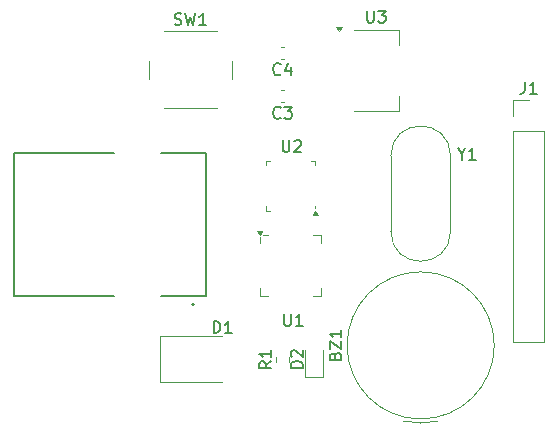
<source format=gbr>
%TF.GenerationSoftware,KiCad,Pcbnew,8.0.3*%
%TF.CreationDate,2024-07-10T12:56:16+05:30*%
%TF.ProjectId,Project_Rfid,50726f6a-6563-4745-9f52-6669642e6b69,rev?*%
%TF.SameCoordinates,Original*%
%TF.FileFunction,Legend,Top*%
%TF.FilePolarity,Positive*%
%FSLAX46Y46*%
G04 Gerber Fmt 4.6, Leading zero omitted, Abs format (unit mm)*
G04 Created by KiCad (PCBNEW 8.0.3) date 2024-07-10 12:56:16*
%MOMM*%
%LPD*%
G01*
G04 APERTURE LIST*
%ADD10C,0.150000*%
%ADD11C,0.120000*%
%ADD12C,0.200000*%
G04 APERTURE END LIST*
D10*
X133297333Y-101865580D02*
X133249714Y-101913200D01*
X133249714Y-101913200D02*
X133106857Y-101960819D01*
X133106857Y-101960819D02*
X133011619Y-101960819D01*
X133011619Y-101960819D02*
X132868762Y-101913200D01*
X132868762Y-101913200D02*
X132773524Y-101817961D01*
X132773524Y-101817961D02*
X132725905Y-101722723D01*
X132725905Y-101722723D02*
X132678286Y-101532247D01*
X132678286Y-101532247D02*
X132678286Y-101389390D01*
X132678286Y-101389390D02*
X132725905Y-101198914D01*
X132725905Y-101198914D02*
X132773524Y-101103676D01*
X132773524Y-101103676D02*
X132868762Y-101008438D01*
X132868762Y-101008438D02*
X133011619Y-100960819D01*
X133011619Y-100960819D02*
X133106857Y-100960819D01*
X133106857Y-100960819D02*
X133249714Y-101008438D01*
X133249714Y-101008438D02*
X133297333Y-101056057D01*
X133630667Y-100960819D02*
X134249714Y-100960819D01*
X134249714Y-100960819D02*
X133916381Y-101341771D01*
X133916381Y-101341771D02*
X134059238Y-101341771D01*
X134059238Y-101341771D02*
X134154476Y-101389390D01*
X134154476Y-101389390D02*
X134202095Y-101437009D01*
X134202095Y-101437009D02*
X134249714Y-101532247D01*
X134249714Y-101532247D02*
X134249714Y-101770342D01*
X134249714Y-101770342D02*
X134202095Y-101865580D01*
X134202095Y-101865580D02*
X134154476Y-101913200D01*
X134154476Y-101913200D02*
X134059238Y-101960819D01*
X134059238Y-101960819D02*
X133773524Y-101960819D01*
X133773524Y-101960819D02*
X133678286Y-101913200D01*
X133678286Y-101913200D02*
X133630667Y-101865580D01*
X140614095Y-92818319D02*
X140614095Y-93627842D01*
X140614095Y-93627842D02*
X140661714Y-93723080D01*
X140661714Y-93723080D02*
X140709333Y-93770700D01*
X140709333Y-93770700D02*
X140804571Y-93818319D01*
X140804571Y-93818319D02*
X140995047Y-93818319D01*
X140995047Y-93818319D02*
X141090285Y-93770700D01*
X141090285Y-93770700D02*
X141137904Y-93723080D01*
X141137904Y-93723080D02*
X141185523Y-93627842D01*
X141185523Y-93627842D02*
X141185523Y-92818319D01*
X141566476Y-92818319D02*
X142185523Y-92818319D01*
X142185523Y-92818319D02*
X141852190Y-93199271D01*
X141852190Y-93199271D02*
X141995047Y-93199271D01*
X141995047Y-93199271D02*
X142090285Y-93246890D01*
X142090285Y-93246890D02*
X142137904Y-93294509D01*
X142137904Y-93294509D02*
X142185523Y-93389747D01*
X142185523Y-93389747D02*
X142185523Y-93627842D01*
X142185523Y-93627842D02*
X142137904Y-93723080D01*
X142137904Y-93723080D02*
X142090285Y-93770700D01*
X142090285Y-93770700D02*
X141995047Y-93818319D01*
X141995047Y-93818319D02*
X141709333Y-93818319D01*
X141709333Y-93818319D02*
X141614095Y-93770700D01*
X141614095Y-93770700D02*
X141566476Y-93723080D01*
X153971666Y-98851819D02*
X153971666Y-99566104D01*
X153971666Y-99566104D02*
X153924047Y-99708961D01*
X153924047Y-99708961D02*
X153828809Y-99804200D01*
X153828809Y-99804200D02*
X153685952Y-99851819D01*
X153685952Y-99851819D02*
X153590714Y-99851819D01*
X154971666Y-99851819D02*
X154400238Y-99851819D01*
X154685952Y-99851819D02*
X154685952Y-98851819D01*
X154685952Y-98851819D02*
X154590714Y-98994676D01*
X154590714Y-98994676D02*
X154495476Y-99089914D01*
X154495476Y-99089914D02*
X154400238Y-99137533D01*
X133469095Y-103774819D02*
X133469095Y-104584342D01*
X133469095Y-104584342D02*
X133516714Y-104679580D01*
X133516714Y-104679580D02*
X133564333Y-104727200D01*
X133564333Y-104727200D02*
X133659571Y-104774819D01*
X133659571Y-104774819D02*
X133850047Y-104774819D01*
X133850047Y-104774819D02*
X133945285Y-104727200D01*
X133945285Y-104727200D02*
X133992904Y-104679580D01*
X133992904Y-104679580D02*
X134040523Y-104584342D01*
X134040523Y-104584342D02*
X134040523Y-103774819D01*
X134469095Y-103870057D02*
X134516714Y-103822438D01*
X134516714Y-103822438D02*
X134611952Y-103774819D01*
X134611952Y-103774819D02*
X134850047Y-103774819D01*
X134850047Y-103774819D02*
X134945285Y-103822438D01*
X134945285Y-103822438D02*
X134992904Y-103870057D01*
X134992904Y-103870057D02*
X135040523Y-103965295D01*
X135040523Y-103965295D02*
X135040523Y-104060533D01*
X135040523Y-104060533D02*
X134992904Y-104203390D01*
X134992904Y-104203390D02*
X134421476Y-104774819D01*
X134421476Y-104774819D02*
X135040523Y-104774819D01*
X137922009Y-122036737D02*
X137969628Y-121893880D01*
X137969628Y-121893880D02*
X138017247Y-121846261D01*
X138017247Y-121846261D02*
X138112485Y-121798642D01*
X138112485Y-121798642D02*
X138255342Y-121798642D01*
X138255342Y-121798642D02*
X138350580Y-121846261D01*
X138350580Y-121846261D02*
X138398200Y-121893880D01*
X138398200Y-121893880D02*
X138445819Y-121989118D01*
X138445819Y-121989118D02*
X138445819Y-122370070D01*
X138445819Y-122370070D02*
X137445819Y-122370070D01*
X137445819Y-122370070D02*
X137445819Y-122036737D01*
X137445819Y-122036737D02*
X137493438Y-121941499D01*
X137493438Y-121941499D02*
X137541057Y-121893880D01*
X137541057Y-121893880D02*
X137636295Y-121846261D01*
X137636295Y-121846261D02*
X137731533Y-121846261D01*
X137731533Y-121846261D02*
X137826771Y-121893880D01*
X137826771Y-121893880D02*
X137874390Y-121941499D01*
X137874390Y-121941499D02*
X137922009Y-122036737D01*
X137922009Y-122036737D02*
X137922009Y-122370070D01*
X137445819Y-121465308D02*
X137445819Y-120798642D01*
X137445819Y-120798642D02*
X138445819Y-121465308D01*
X138445819Y-121465308D02*
X138445819Y-120798642D01*
X138445819Y-119893880D02*
X138445819Y-120465308D01*
X138445819Y-120179594D02*
X137445819Y-120179594D01*
X137445819Y-120179594D02*
X137588676Y-120274832D01*
X137588676Y-120274832D02*
X137683914Y-120370070D01*
X137683914Y-120370070D02*
X137731533Y-120465308D01*
X148621809Y-104953628D02*
X148621809Y-105429819D01*
X148288476Y-104429819D02*
X148621809Y-104953628D01*
X148621809Y-104953628D02*
X148955142Y-104429819D01*
X149812285Y-105429819D02*
X149240857Y-105429819D01*
X149526571Y-105429819D02*
X149526571Y-104429819D01*
X149526571Y-104429819D02*
X149431333Y-104572676D01*
X149431333Y-104572676D02*
X149336095Y-104667914D01*
X149336095Y-104667914D02*
X149240857Y-104715533D01*
X135168819Y-123064594D02*
X134168819Y-123064594D01*
X134168819Y-123064594D02*
X134168819Y-122826499D01*
X134168819Y-122826499D02*
X134216438Y-122683642D01*
X134216438Y-122683642D02*
X134311676Y-122588404D01*
X134311676Y-122588404D02*
X134406914Y-122540785D01*
X134406914Y-122540785D02*
X134597390Y-122493166D01*
X134597390Y-122493166D02*
X134740247Y-122493166D01*
X134740247Y-122493166D02*
X134930723Y-122540785D01*
X134930723Y-122540785D02*
X135025961Y-122588404D01*
X135025961Y-122588404D02*
X135121200Y-122683642D01*
X135121200Y-122683642D02*
X135168819Y-122826499D01*
X135168819Y-122826499D02*
X135168819Y-123064594D01*
X134264057Y-122112213D02*
X134216438Y-122064594D01*
X134216438Y-122064594D02*
X134168819Y-121969356D01*
X134168819Y-121969356D02*
X134168819Y-121731261D01*
X134168819Y-121731261D02*
X134216438Y-121636023D01*
X134216438Y-121636023D02*
X134264057Y-121588404D01*
X134264057Y-121588404D02*
X134359295Y-121540785D01*
X134359295Y-121540785D02*
X134454533Y-121540785D01*
X134454533Y-121540785D02*
X134597390Y-121588404D01*
X134597390Y-121588404D02*
X135168819Y-122159832D01*
X135168819Y-122159832D02*
X135168819Y-121540785D01*
X133596095Y-118506819D02*
X133596095Y-119316342D01*
X133596095Y-119316342D02*
X133643714Y-119411580D01*
X133643714Y-119411580D02*
X133691333Y-119459200D01*
X133691333Y-119459200D02*
X133786571Y-119506819D01*
X133786571Y-119506819D02*
X133977047Y-119506819D01*
X133977047Y-119506819D02*
X134072285Y-119459200D01*
X134072285Y-119459200D02*
X134119904Y-119411580D01*
X134119904Y-119411580D02*
X134167523Y-119316342D01*
X134167523Y-119316342D02*
X134167523Y-118506819D01*
X135167523Y-119506819D02*
X134596095Y-119506819D01*
X134881809Y-119506819D02*
X134881809Y-118506819D01*
X134881809Y-118506819D02*
X134786571Y-118649676D01*
X134786571Y-118649676D02*
X134691333Y-118744914D01*
X134691333Y-118744914D02*
X134596095Y-118792533D01*
X132501819Y-122513166D02*
X132025628Y-122846499D01*
X132501819Y-123084594D02*
X131501819Y-123084594D01*
X131501819Y-123084594D02*
X131501819Y-122703642D01*
X131501819Y-122703642D02*
X131549438Y-122608404D01*
X131549438Y-122608404D02*
X131597057Y-122560785D01*
X131597057Y-122560785D02*
X131692295Y-122513166D01*
X131692295Y-122513166D02*
X131835152Y-122513166D01*
X131835152Y-122513166D02*
X131930390Y-122560785D01*
X131930390Y-122560785D02*
X131978009Y-122608404D01*
X131978009Y-122608404D02*
X132025628Y-122703642D01*
X132025628Y-122703642D02*
X132025628Y-123084594D01*
X132501819Y-121560785D02*
X132501819Y-122132213D01*
X132501819Y-121846499D02*
X131501819Y-121846499D01*
X131501819Y-121846499D02*
X131644676Y-121941737D01*
X131644676Y-121941737D02*
X131739914Y-122036975D01*
X131739914Y-122036975D02*
X131787533Y-122132213D01*
X133297333Y-98182580D02*
X133249714Y-98230200D01*
X133249714Y-98230200D02*
X133106857Y-98277819D01*
X133106857Y-98277819D02*
X133011619Y-98277819D01*
X133011619Y-98277819D02*
X132868762Y-98230200D01*
X132868762Y-98230200D02*
X132773524Y-98134961D01*
X132773524Y-98134961D02*
X132725905Y-98039723D01*
X132725905Y-98039723D02*
X132678286Y-97849247D01*
X132678286Y-97849247D02*
X132678286Y-97706390D01*
X132678286Y-97706390D02*
X132725905Y-97515914D01*
X132725905Y-97515914D02*
X132773524Y-97420676D01*
X132773524Y-97420676D02*
X132868762Y-97325438D01*
X132868762Y-97325438D02*
X133011619Y-97277819D01*
X133011619Y-97277819D02*
X133106857Y-97277819D01*
X133106857Y-97277819D02*
X133249714Y-97325438D01*
X133249714Y-97325438D02*
X133297333Y-97373057D01*
X134154476Y-97611152D02*
X134154476Y-98277819D01*
X133916381Y-97230200D02*
X133678286Y-97944485D01*
X133678286Y-97944485D02*
X134297333Y-97944485D01*
X127626874Y-120105819D02*
X127626874Y-119105819D01*
X127626874Y-119105819D02*
X127864969Y-119105819D01*
X127864969Y-119105819D02*
X128007826Y-119153438D01*
X128007826Y-119153438D02*
X128103064Y-119248676D01*
X128103064Y-119248676D02*
X128150683Y-119343914D01*
X128150683Y-119343914D02*
X128198302Y-119534390D01*
X128198302Y-119534390D02*
X128198302Y-119677247D01*
X128198302Y-119677247D02*
X128150683Y-119867723D01*
X128150683Y-119867723D02*
X128103064Y-119962961D01*
X128103064Y-119962961D02*
X128007826Y-120058200D01*
X128007826Y-120058200D02*
X127864969Y-120105819D01*
X127864969Y-120105819D02*
X127626874Y-120105819D01*
X129150683Y-120105819D02*
X128579255Y-120105819D01*
X128864969Y-120105819D02*
X128864969Y-119105819D01*
X128864969Y-119105819D02*
X128769731Y-119248676D01*
X128769731Y-119248676D02*
X128674493Y-119343914D01*
X128674493Y-119343914D02*
X128579255Y-119391533D01*
X124321667Y-93983200D02*
X124464524Y-94030819D01*
X124464524Y-94030819D02*
X124702619Y-94030819D01*
X124702619Y-94030819D02*
X124797857Y-93983200D01*
X124797857Y-93983200D02*
X124845476Y-93935580D01*
X124845476Y-93935580D02*
X124893095Y-93840342D01*
X124893095Y-93840342D02*
X124893095Y-93745104D01*
X124893095Y-93745104D02*
X124845476Y-93649866D01*
X124845476Y-93649866D02*
X124797857Y-93602247D01*
X124797857Y-93602247D02*
X124702619Y-93554628D01*
X124702619Y-93554628D02*
X124512143Y-93507009D01*
X124512143Y-93507009D02*
X124416905Y-93459390D01*
X124416905Y-93459390D02*
X124369286Y-93411771D01*
X124369286Y-93411771D02*
X124321667Y-93316533D01*
X124321667Y-93316533D02*
X124321667Y-93221295D01*
X124321667Y-93221295D02*
X124369286Y-93126057D01*
X124369286Y-93126057D02*
X124416905Y-93078438D01*
X124416905Y-93078438D02*
X124512143Y-93030819D01*
X124512143Y-93030819D02*
X124750238Y-93030819D01*
X124750238Y-93030819D02*
X124893095Y-93078438D01*
X125226429Y-93030819D02*
X125464524Y-94030819D01*
X125464524Y-94030819D02*
X125655000Y-93316533D01*
X125655000Y-93316533D02*
X125845476Y-94030819D01*
X125845476Y-94030819D02*
X126083572Y-93030819D01*
X126988333Y-94030819D02*
X126416905Y-94030819D01*
X126702619Y-94030819D02*
X126702619Y-93030819D01*
X126702619Y-93030819D02*
X126607381Y-93173676D01*
X126607381Y-93173676D02*
X126512143Y-93268914D01*
X126512143Y-93268914D02*
X126416905Y-93316533D01*
D11*
%TO.C,C3*%
X133604580Y-99566000D02*
X133323420Y-99566000D01*
X133604580Y-100586000D02*
X133323420Y-100586000D01*
%TO.C,U3*%
X139526000Y-94453500D02*
X143286000Y-94453500D01*
X139526000Y-101273500D02*
X143286000Y-101273500D01*
X143286000Y-94453500D02*
X143286000Y-95713500D01*
X143286000Y-101273500D02*
X143286000Y-100013500D01*
X138246000Y-94553500D02*
X138006000Y-94223500D01*
X138486000Y-94223500D01*
X138246000Y-94553500D01*
G36*
X138246000Y-94553500D02*
G01*
X138006000Y-94223500D01*
X138486000Y-94223500D01*
X138246000Y-94553500D01*
G37*
%TO.C,J1*%
X152975000Y-100397000D02*
X154305000Y-100397000D01*
X152975000Y-101727000D02*
X152975000Y-100397000D01*
X152975000Y-102997000D02*
X152975000Y-120837000D01*
X152975000Y-102997000D02*
X155635000Y-102997000D01*
X152975000Y-120837000D02*
X155635000Y-120837000D01*
X155635000Y-102997000D02*
X155635000Y-120837000D01*
%TO.C,U2*%
X131526000Y-112505000D02*
X131526000Y-112020000D01*
X131526000Y-117000000D02*
X131526000Y-116275000D01*
X132251000Y-111780000D02*
X131826000Y-111780000D01*
X132251000Y-117000000D02*
X131526000Y-117000000D01*
X136021000Y-111780000D02*
X136746000Y-111780000D01*
X136021000Y-117000000D02*
X136746000Y-117000000D01*
X136746000Y-111780000D02*
X136746000Y-112505000D01*
X136746000Y-117000000D02*
X136746000Y-116275000D01*
X131526000Y-111780000D02*
X131286000Y-111450000D01*
X131766000Y-111450000D01*
X131526000Y-111780000D01*
G36*
X131526000Y-111780000D02*
G01*
X131286000Y-111450000D01*
X131766000Y-111450000D01*
X131526000Y-111780000D01*
G37*
D12*
%TO.C,J2*%
X110772000Y-104891000D02*
X119162000Y-104891000D01*
X110772000Y-116991000D02*
X110772000Y-104891000D01*
X119162000Y-116991000D02*
X110772000Y-116991000D01*
X123182000Y-104891000D02*
X126972000Y-104891000D01*
X126972000Y-104891000D02*
X126972000Y-116991000D01*
X126972000Y-116991000D02*
X123182000Y-116991000D01*
X125972000Y-117691000D02*
G75*
G02*
X125772000Y-117691000I-100000J0D01*
G01*
X125772000Y-117691000D02*
G75*
G02*
X125972000Y-117691000I100000J0D01*
G01*
D11*
%TO.C,BZ1*%
X146660999Y-127555785D02*
G75*
G02*
X143661000Y-127555785I-1499999J6400000D01*
G01*
X151391000Y-121155785D02*
G75*
G02*
X138931000Y-121155785I-6230000J0D01*
G01*
X138931000Y-121155785D02*
G75*
G02*
X151391000Y-121155785I6230000J0D01*
G01*
%TO.C,Y1*%
X142636000Y-111504000D02*
X142636000Y-105104000D01*
X147686000Y-111504000D02*
X147686000Y-105104000D01*
X142636000Y-105104000D02*
G75*
G02*
X147686000Y-105104000I2525000J0D01*
G01*
X147686000Y-111504000D02*
G75*
G02*
X142636000Y-111504000I-2525000J0D01*
G01*
%TO.C,D2*%
X135409000Y-121526500D02*
X135409000Y-123811500D01*
X135409000Y-123811500D02*
X136879000Y-123811500D01*
X136879000Y-123811500D02*
X136879000Y-121526500D01*
%TO.C,U1*%
X132026000Y-105530000D02*
X132026000Y-105905000D01*
X132026000Y-109750000D02*
X132026000Y-109375000D01*
X132401000Y-105530000D02*
X132026000Y-105530000D01*
X132401000Y-109750000D02*
X132026000Y-109750000D01*
X135871000Y-105530000D02*
X136246000Y-105530000D01*
X136246000Y-105530000D02*
X136246000Y-105905000D01*
X136246000Y-109375000D02*
X136246000Y-109510000D01*
X136486000Y-110080000D02*
X136006000Y-110080000D01*
X136246000Y-109750000D01*
X136486000Y-110080000D01*
G36*
X136486000Y-110080000D02*
G01*
X136006000Y-110080000D01*
X136246000Y-109750000D01*
X136486000Y-110080000D01*
G37*
%TO.C,R1*%
X132954500Y-122583758D02*
X132954500Y-122109242D01*
X133999500Y-122583758D02*
X133999500Y-122109242D01*
%TO.C,C4*%
X133604580Y-95883000D02*
X133323420Y-95883000D01*
X133604580Y-96903000D02*
X133323420Y-96903000D01*
%TO.C,D1*%
X123129500Y-120341000D02*
X123129500Y-124261000D01*
X123129500Y-124261000D02*
X128339500Y-124261000D01*
X128339500Y-120341000D02*
X123129500Y-120341000D01*
%TO.C,SW1*%
X122155000Y-97076000D02*
X122155000Y-98576000D01*
X123405000Y-101076000D02*
X127905000Y-101076000D01*
X127905000Y-94576000D02*
X123405000Y-94576000D01*
X129155000Y-98576000D02*
X129155000Y-97076000D01*
%TD*%
M02*

</source>
